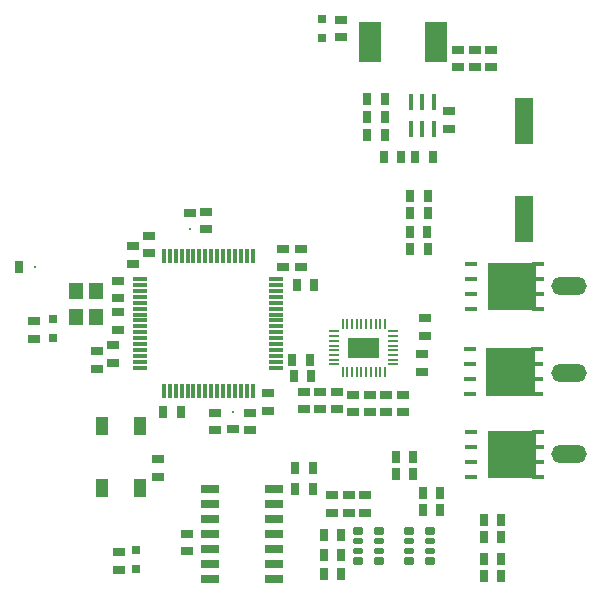
<source format=gtp>
G04*
G04 #@! TF.GenerationSoftware,Altium Limited,Altium Designer,25.5.2 (35)*
G04*
G04 Layer_Color=8421504*
%FSLAX25Y25*%
%MOIN*%
G70*
G04*
G04 #@! TF.SameCoordinates,3D69C69A-2BEB-43E9-B881-948C697E0A66*
G04*
G04*
G04 #@! TF.FilePolarity,Positive*
G04*
G01*
G75*
%ADD24R,0.03937X0.03150*%
G04:AMPARAMS|DCode=25|XSize=35.43mil|YSize=24.02mil|CornerRadius=6mil|HoleSize=0mil|Usage=FLASHONLY|Rotation=180.000|XOffset=0mil|YOffset=0mil|HoleType=Round|Shape=RoundedRectangle|*
%AMROUNDEDRECTD25*
21,1,0.03543,0.01201,0,0,180.0*
21,1,0.02343,0.02402,0,0,180.0*
1,1,0.01201,-0.01171,0.00600*
1,1,0.01201,0.01171,0.00600*
1,1,0.01201,0.01171,-0.00600*
1,1,0.01201,-0.01171,-0.00600*
%
%ADD25ROUNDEDRECTD25*%
G04:AMPARAMS|DCode=26|XSize=35.43mil|YSize=20.87mil|CornerRadius=5.22mil|HoleSize=0mil|Usage=FLASHONLY|Rotation=180.000|XOffset=0mil|YOffset=0mil|HoleType=Round|Shape=RoundedRectangle|*
%AMROUNDEDRECTD26*
21,1,0.03543,0.01043,0,0,180.0*
21,1,0.02500,0.02087,0,0,180.0*
1,1,0.01043,-0.01250,0.00522*
1,1,0.01043,0.01250,0.00522*
1,1,0.01043,0.01250,-0.00522*
1,1,0.01043,-0.01250,-0.00522*
%
%ADD26ROUNDEDRECTD26*%
%ADD27R,0.04700X0.01200*%
%ADD28R,0.01200X0.04700*%
%ADD29R,0.03567X0.00758*%
%ADD30R,0.05906X0.02559*%
%ADD31R,0.04724X0.05512*%
%ADD32R,0.00787X0.00787*%
%ADD33R,0.03150X0.03150*%
%ADD34R,0.03150X0.03937*%
%ADD35R,0.00758X0.03567*%
%ADD36R,0.03937X0.06102*%
%ADD37R,0.03000X0.03937*%
%ADD38R,0.00787X0.00787*%
%ADD39R,0.05900X0.15400*%
%ADD40R,0.01400X0.05400*%
%ADD41R,0.07284X0.13386*%
%ADD42R,0.04000X0.01800*%
%ADD43O,0.11811X0.06000*%
%ADD44R,0.03937X0.03000*%
G36*
X276900Y194100D02*
X260800D01*
Y209900D01*
X276900D01*
Y194100D01*
D02*
G37*
G36*
X224663Y178306D02*
X214337D01*
Y184694D01*
X224663D01*
Y178306D01*
D02*
G37*
G36*
X276400Y165600D02*
X260300D01*
Y181400D01*
X276400D01*
Y165600D01*
D02*
G37*
G36*
X276900Y138100D02*
X260800D01*
Y153900D01*
X276900D01*
Y138100D01*
D02*
G37*
D24*
X216000Y160106D02*
D03*
Y165894D02*
D03*
X214500Y132394D02*
D03*
X137500Y193394D02*
D03*
X167000Y221106D02*
D03*
X220000Y132394D02*
D03*
X151000Y144394D02*
D03*
X142500Y209606D02*
D03*
X170000Y159894D02*
D03*
X209000Y132394D02*
D03*
X181500Y159894D02*
D03*
X137500Y198106D02*
D03*
X248000Y260394D02*
D03*
Y254606D02*
D03*
X232500Y160106D02*
D03*
Y165894D02*
D03*
X251000Y275106D02*
D03*
X262000D02*
D03*
X256500D02*
D03*
X212000Y290894D02*
D03*
X192500Y214394D02*
D03*
X227000Y160106D02*
D03*
X199500Y161106D02*
D03*
X167000Y226894D02*
D03*
X198500Y214394D02*
D03*
X148000Y218894D02*
D03*
X137500Y203894D02*
D03*
Y187606D02*
D03*
X109500Y184606D02*
D03*
X187500Y160606D02*
D03*
X170000Y154106D02*
D03*
X181500D02*
D03*
X151000Y138606D02*
D03*
X160500Y113713D02*
D03*
X136000Y182394D02*
D03*
X130500Y180394D02*
D03*
X138000Y113394D02*
D03*
X240000Y191394D02*
D03*
X239000Y179394D02*
D03*
X199500Y166894D02*
D03*
X205000Y161106D02*
D03*
Y166894D02*
D03*
X210500D02*
D03*
Y161106D02*
D03*
X221500Y165894D02*
D03*
Y160106D02*
D03*
X227000Y165894D02*
D03*
X256500Y280894D02*
D03*
X251000D02*
D03*
X262000D02*
D03*
X192500Y208606D02*
D03*
X198500D02*
D03*
X187500Y166394D02*
D03*
X148000Y213106D02*
D03*
X142500Y215394D02*
D03*
X160500Y119500D02*
D03*
X136000Y176606D02*
D03*
X130500Y174606D02*
D03*
X209000Y126606D02*
D03*
X214500D02*
D03*
X220000D02*
D03*
X138000Y107606D02*
D03*
X109500Y190394D02*
D03*
X239000Y173606D02*
D03*
X240000Y185606D02*
D03*
X212000Y285106D02*
D03*
D25*
X234516Y110618D02*
D03*
Y120382D02*
D03*
X241484D02*
D03*
Y110618D02*
D03*
X224484D02*
D03*
Y120382D02*
D03*
X217516D02*
D03*
Y110618D02*
D03*
D26*
X234516Y113925D02*
D03*
Y117075D02*
D03*
X241484D02*
D03*
Y113925D02*
D03*
X224484D02*
D03*
Y117075D02*
D03*
X217516D02*
D03*
Y113925D02*
D03*
D27*
X145000Y204437D02*
D03*
Y202468D02*
D03*
Y200500D02*
D03*
Y198531D02*
D03*
Y196563D02*
D03*
Y194595D02*
D03*
Y192626D02*
D03*
Y190657D02*
D03*
Y188689D02*
D03*
Y186721D02*
D03*
Y184752D02*
D03*
Y180815D02*
D03*
Y178847D02*
D03*
Y176878D02*
D03*
Y174909D02*
D03*
X190276D02*
D03*
Y176878D02*
D03*
Y178847D02*
D03*
Y180815D02*
D03*
Y182783D02*
D03*
Y184752D02*
D03*
Y186721D02*
D03*
Y188689D02*
D03*
Y190657D02*
D03*
Y192626D02*
D03*
Y194595D02*
D03*
Y196563D02*
D03*
Y198531D02*
D03*
Y200500D02*
D03*
Y202468D02*
D03*
Y204437D02*
D03*
X145000Y182783D02*
D03*
D28*
X152874Y167035D02*
D03*
X156811D02*
D03*
X158780D02*
D03*
X160748D02*
D03*
X162716D02*
D03*
X164685D02*
D03*
X166654D02*
D03*
X168622D02*
D03*
X170591D02*
D03*
X172559D02*
D03*
X174528D02*
D03*
X176496D02*
D03*
X178465D02*
D03*
X180433D02*
D03*
X182402D02*
D03*
Y212311D02*
D03*
X180433D02*
D03*
X178465D02*
D03*
X176496D02*
D03*
X174528D02*
D03*
X172559D02*
D03*
X170591D02*
D03*
X168622D02*
D03*
X166654D02*
D03*
X164685D02*
D03*
X162716D02*
D03*
X160748D02*
D03*
X158780D02*
D03*
X156811D02*
D03*
X152874D02*
D03*
X154842Y167035D02*
D03*
Y212311D02*
D03*
D29*
X209646Y182287D02*
D03*
Y187012D02*
D03*
Y185437D02*
D03*
Y179138D02*
D03*
Y183862D02*
D03*
X229355Y177563D02*
D03*
Y187012D02*
D03*
Y183862D02*
D03*
Y180713D02*
D03*
X209646D02*
D03*
Y175988D02*
D03*
Y177563D02*
D03*
X229355Y185437D02*
D03*
Y182287D02*
D03*
Y179138D02*
D03*
Y175988D02*
D03*
D30*
X168370Y104500D02*
D03*
Y109500D02*
D03*
Y134500D02*
D03*
Y129500D02*
D03*
X189630Y104500D02*
D03*
Y109500D02*
D03*
Y119500D02*
D03*
X168370D02*
D03*
Y114500D02*
D03*
X189630Y129500D02*
D03*
X168370Y124500D02*
D03*
X189630Y114500D02*
D03*
Y124500D02*
D03*
Y134500D02*
D03*
D31*
X130347Y191669D02*
D03*
X123653Y200331D02*
D03*
X130347D02*
D03*
X123653Y191669D02*
D03*
D32*
X161500Y221000D02*
D03*
X176000Y160000D02*
D03*
D33*
X143500Y114150D02*
D03*
X116000Y184850D02*
D03*
X143500Y107850D02*
D03*
X116000Y191150D02*
D03*
X205500Y291150D02*
D03*
Y284850D02*
D03*
D34*
X197106Y202500D02*
D03*
X226106Y245000D02*
D03*
X259500Y105500D02*
D03*
X220606Y252500D02*
D03*
Y258500D02*
D03*
Y264500D02*
D03*
X202894Y202500D02*
D03*
X239106Y127500D02*
D03*
X235000Y214500D02*
D03*
X196106Y172000D02*
D03*
X206106Y119000D02*
D03*
Y112500D02*
D03*
Y106000D02*
D03*
X196606Y141500D02*
D03*
X152606Y160000D02*
D03*
X230106Y139500D02*
D03*
X235894D02*
D03*
X235000Y232000D02*
D03*
X259500Y124000D02*
D03*
X240787Y232000D02*
D03*
Y226500D02*
D03*
X235000D02*
D03*
X234894Y220000D02*
D03*
X240681D02*
D03*
X240787Y214500D02*
D03*
X265287Y105500D02*
D03*
X259500Y111000D02*
D03*
X265287D02*
D03*
Y118500D02*
D03*
X259500D02*
D03*
X265287Y124000D02*
D03*
X242394Y245000D02*
D03*
X235894Y145000D02*
D03*
X195606Y177500D02*
D03*
X158394Y160000D02*
D03*
X202394Y141500D02*
D03*
X196606Y134500D02*
D03*
X202394D02*
D03*
X244894Y127500D02*
D03*
X211894Y112500D02*
D03*
Y119000D02*
D03*
Y106000D02*
D03*
X239106Y133000D02*
D03*
X244894D02*
D03*
X230106Y145000D02*
D03*
X201894Y172000D02*
D03*
X201394Y177500D02*
D03*
X226394Y264500D02*
D03*
Y258500D02*
D03*
Y252500D02*
D03*
X236606Y245000D02*
D03*
X231894D02*
D03*
D35*
X213988Y189386D02*
D03*
X212413D02*
D03*
X220287D02*
D03*
X217138D02*
D03*
Y173614D02*
D03*
X226587D02*
D03*
X221862Y189386D02*
D03*
X223437D02*
D03*
X225012D02*
D03*
X212413Y173614D02*
D03*
X215563Y189386D02*
D03*
X218713D02*
D03*
X226587D02*
D03*
X225012Y173614D02*
D03*
X223437D02*
D03*
X221862D02*
D03*
X220287D02*
D03*
X218713D02*
D03*
X215563D02*
D03*
X213988D02*
D03*
D36*
X144799Y134665D02*
D03*
Y155335D02*
D03*
X132201Y134665D02*
D03*
Y155335D02*
D03*
D37*
X104500Y208500D02*
D03*
D38*
X110000D02*
D03*
D39*
X273000Y257200D02*
D03*
Y224500D02*
D03*
D40*
X242740Y263600D02*
D03*
X239000Y254400D02*
D03*
X235260Y263600D02*
D03*
X239000D02*
D03*
X235260Y254400D02*
D03*
X242740D02*
D03*
D41*
X243425Y283500D02*
D03*
X221575D02*
D03*
D42*
X277700Y209500D02*
D03*
Y204500D02*
D03*
Y199500D02*
D03*
Y194500D02*
D03*
X255300D02*
D03*
Y199500D02*
D03*
Y204500D02*
D03*
Y209500D02*
D03*
X277700Y153500D02*
D03*
Y148500D02*
D03*
Y138500D02*
D03*
Y143500D02*
D03*
X277200Y181000D02*
D03*
Y176000D02*
D03*
Y171000D02*
D03*
Y166000D02*
D03*
X255300Y138500D02*
D03*
X254800Y171000D02*
D03*
Y176000D02*
D03*
Y181000D02*
D03*
X255300Y143500D02*
D03*
Y148500D02*
D03*
Y153500D02*
D03*
X254800Y166000D02*
D03*
D43*
X288000Y202000D02*
D03*
Y146000D02*
D03*
Y173250D02*
D03*
D44*
X161500Y226500D02*
D03*
X176000Y154500D02*
D03*
M02*

</source>
